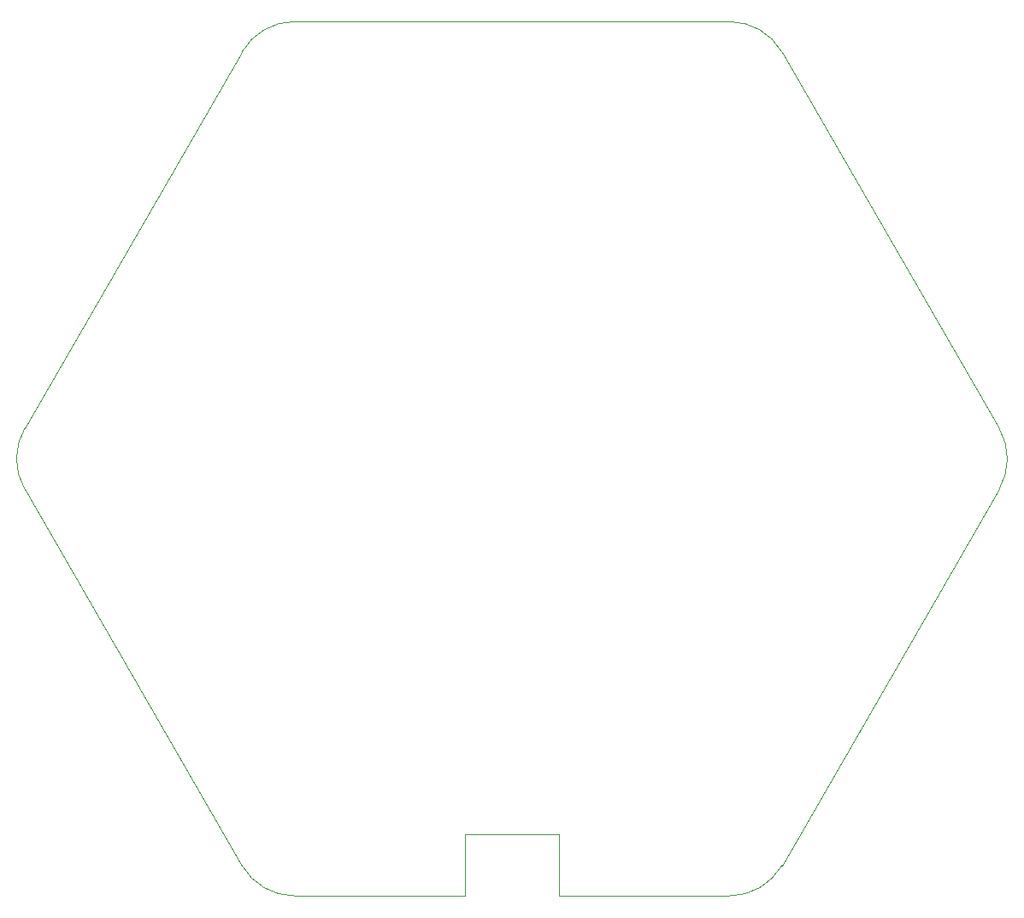
<source format=gm1>
G04 #@! TF.GenerationSoftware,KiCad,Pcbnew,(5.1.5)-3*
G04 #@! TF.CreationDate,2020-04-03T10:32:08+01:00*
G04 #@! TF.ProjectId,sync_module,73796e63-5f6d-46f6-9475-6c652e6b6963,rev?*
G04 #@! TF.SameCoordinates,Original*
G04 #@! TF.FileFunction,Profile,NP*
%FSLAX46Y46*%
G04 Gerber Fmt 4.6, Leading zero omitted, Abs format (unit mm)*
G04 Created by KiCad (PCBNEW (5.1.5)-3) date 2020-04-03 10:32:08*
%MOMM*%
%LPD*%
G04 APERTURE LIST*
%ADD10C,0.050000*%
G04 APERTURE END LIST*
D10*
X-4680000Y-43301270D02*
X-21535898Y-43301270D01*
X4670000Y-43301270D02*
X21535898Y-43301270D01*
X-4680000Y-37200000D02*
X-4680000Y-43301270D01*
X4670000Y-37200000D02*
X4670000Y-43301270D01*
X-4680000Y-37200000D02*
X4670000Y-37200000D01*
X21535898Y43301270D02*
G75*
G02X26732050Y40301270I0J-6000000D01*
G01*
X-21535898Y43301270D02*
X21535898Y43301270D01*
X-26732050Y40301270D02*
G75*
G02X-21535898Y43301270I5196152J-3000000D01*
G01*
X-48267949Y2999999D02*
X-26732050Y40301270D01*
X-48267948Y-3000001D02*
G75*
G02X-48267949Y2999999I5196152J3000001D01*
G01*
X-26732050Y-40301270D02*
X-48267949Y-3000000D01*
X-21535898Y-43301270D02*
G75*
G02X-26732050Y-40301270I0J6000000D01*
G01*
X26732050Y-40301270D02*
G75*
G02X21535898Y-43301270I-5196152J3000000D01*
G01*
X48267949Y-2999999D02*
X26732050Y-40301270D01*
X48267948Y3000001D02*
G75*
G02X48267949Y-2999999I-5196152J-3000001D01*
G01*
X26732050Y40301270D02*
X48267949Y3000000D01*
M02*

</source>
